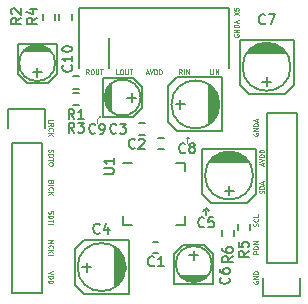
<source format=gbr>
G04 #@! TF.FileFunction,Legend,Top*
%FSLAX46Y46*%
G04 Gerber Fmt 4.6, Leading zero omitted, Abs format (unit mm)*
G04 Created by KiCad (PCBNEW (2015-08-16 BZR 6097, Git b384c94)-product) date 08/12/2015 20:08:44*
%MOMM*%
G01*
G04 APERTURE LIST*
%ADD10C,0.100000*%
%ADD11C,0.070000*%
%ADD12C,0.200000*%
%ADD13C,0.150000*%
G04 APERTURE END LIST*
D10*
D11*
X98225000Y-66414523D02*
X98205952Y-66452618D01*
X98205952Y-66509761D01*
X98225000Y-66566904D01*
X98263095Y-66604999D01*
X98301190Y-66624047D01*
X98377381Y-66643095D01*
X98434524Y-66643095D01*
X98510714Y-66624047D01*
X98548810Y-66604999D01*
X98586905Y-66566904D01*
X98605952Y-66509761D01*
X98605952Y-66471666D01*
X98586905Y-66414523D01*
X98567857Y-66395475D01*
X98434524Y-66395475D01*
X98434524Y-66471666D01*
X98605952Y-66224047D02*
X98205952Y-66224047D01*
X98605952Y-65995475D01*
X98205952Y-65995475D01*
X98605952Y-65804999D02*
X98205952Y-65804999D01*
X98205952Y-65709761D01*
X98225000Y-65652618D01*
X98263095Y-65614523D01*
X98301190Y-65595475D01*
X98377381Y-65576427D01*
X98434524Y-65576427D01*
X98510714Y-65595475D01*
X98548810Y-65614523D01*
X98586905Y-65652618D01*
X98605952Y-65709761D01*
X98605952Y-65804999D01*
X98491667Y-65424047D02*
X98491667Y-65233570D01*
X98605952Y-65462142D02*
X98205952Y-65328808D01*
X98605952Y-65195475D01*
X98205952Y-64795475D02*
X98605952Y-64528808D01*
X98205952Y-64528808D02*
X98605952Y-64795475D01*
X98205952Y-64185952D02*
X98205952Y-64376428D01*
X98396429Y-64395476D01*
X98377381Y-64376428D01*
X98358333Y-64338333D01*
X98358333Y-64243095D01*
X98377381Y-64204999D01*
X98396429Y-64185952D01*
X98434524Y-64166904D01*
X98529762Y-64166904D01*
X98567857Y-64185952D01*
X98586905Y-64204999D01*
X98605952Y-64243095D01*
X98605952Y-64338333D01*
X98586905Y-64376428D01*
X98567857Y-64395476D01*
X96339047Y-69776952D02*
X96148571Y-69776952D01*
X96148571Y-69376952D01*
X96472381Y-69776952D02*
X96472381Y-69376952D01*
X96662857Y-69776952D02*
X96662857Y-69376952D01*
X96891429Y-69776952D01*
X96891429Y-69376952D01*
X93799048Y-69776952D02*
X93665714Y-69586476D01*
X93570476Y-69776952D02*
X93570476Y-69376952D01*
X93722857Y-69376952D01*
X93760952Y-69396000D01*
X93780000Y-69415048D01*
X93799048Y-69453143D01*
X93799048Y-69510286D01*
X93780000Y-69548381D01*
X93760952Y-69567429D01*
X93722857Y-69586476D01*
X93570476Y-69586476D01*
X93970476Y-69776952D02*
X93970476Y-69376952D01*
X94160952Y-69776952D02*
X94160952Y-69376952D01*
X94389524Y-69776952D01*
X94389524Y-69376952D01*
X90773333Y-69662667D02*
X90963810Y-69662667D01*
X90735238Y-69776952D02*
X90868572Y-69376952D01*
X91001905Y-69776952D01*
X91078095Y-69376952D02*
X91211429Y-69776952D01*
X91344762Y-69376952D01*
X91478095Y-69776952D02*
X91478095Y-69376952D01*
X91573333Y-69376952D01*
X91630476Y-69396000D01*
X91668571Y-69434095D01*
X91687619Y-69472190D01*
X91706667Y-69548381D01*
X91706667Y-69605524D01*
X91687619Y-69681714D01*
X91668571Y-69719810D01*
X91630476Y-69757905D01*
X91573333Y-69776952D01*
X91478095Y-69776952D01*
X91878095Y-69776952D02*
X91878095Y-69376952D01*
X91973333Y-69376952D01*
X92030476Y-69396000D01*
X92068571Y-69434095D01*
X92087619Y-69472190D01*
X92106667Y-69548381D01*
X92106667Y-69605524D01*
X92087619Y-69681714D01*
X92068571Y-69719810D01*
X92030476Y-69757905D01*
X91973333Y-69776952D01*
X91878095Y-69776952D01*
X88452380Y-69776952D02*
X88261904Y-69776952D01*
X88261904Y-69376952D01*
X88661905Y-69376952D02*
X88738095Y-69376952D01*
X88776190Y-69396000D01*
X88814286Y-69434095D01*
X88833333Y-69510286D01*
X88833333Y-69643619D01*
X88814286Y-69719810D01*
X88776190Y-69757905D01*
X88738095Y-69776952D01*
X88661905Y-69776952D01*
X88623809Y-69757905D01*
X88585714Y-69719810D01*
X88566666Y-69643619D01*
X88566666Y-69510286D01*
X88585714Y-69434095D01*
X88623809Y-69396000D01*
X88661905Y-69376952D01*
X89004762Y-69376952D02*
X89004762Y-69700762D01*
X89023810Y-69738857D01*
X89042857Y-69757905D01*
X89080953Y-69776952D01*
X89157143Y-69776952D01*
X89195238Y-69757905D01*
X89214286Y-69738857D01*
X89233334Y-69700762D01*
X89233334Y-69376952D01*
X89366667Y-69376952D02*
X89595239Y-69376952D01*
X89480953Y-69776952D02*
X89480953Y-69376952D01*
X85912381Y-69776952D02*
X85779047Y-69586476D01*
X85683809Y-69776952D02*
X85683809Y-69376952D01*
X85836190Y-69376952D01*
X85874285Y-69396000D01*
X85893333Y-69415048D01*
X85912381Y-69453143D01*
X85912381Y-69510286D01*
X85893333Y-69548381D01*
X85874285Y-69567429D01*
X85836190Y-69586476D01*
X85683809Y-69586476D01*
X86160000Y-69376952D02*
X86236190Y-69376952D01*
X86274285Y-69396000D01*
X86312381Y-69434095D01*
X86331428Y-69510286D01*
X86331428Y-69643619D01*
X86312381Y-69719810D01*
X86274285Y-69757905D01*
X86236190Y-69776952D01*
X86160000Y-69776952D01*
X86121904Y-69757905D01*
X86083809Y-69719810D01*
X86064761Y-69643619D01*
X86064761Y-69510286D01*
X86083809Y-69434095D01*
X86121904Y-69396000D01*
X86160000Y-69376952D01*
X86502857Y-69376952D02*
X86502857Y-69700762D01*
X86521905Y-69738857D01*
X86540952Y-69757905D01*
X86579048Y-69776952D01*
X86655238Y-69776952D01*
X86693333Y-69757905D01*
X86712381Y-69738857D01*
X86731429Y-69700762D01*
X86731429Y-69376952D01*
X86864762Y-69376952D02*
X87093334Y-69376952D01*
X86979048Y-69776952D02*
X86979048Y-69376952D01*
X86868000Y-73279000D02*
X86868000Y-73406000D01*
X86741000Y-73279000D02*
X86868000Y-73279000D01*
X86868000Y-73279000D02*
X86741000Y-73279000D01*
X86614000Y-73533000D02*
X86868000Y-73279000D01*
X86614000Y-73914000D02*
X86614000Y-73533000D01*
X94234000Y-75057000D02*
X94361000Y-75184000D01*
X94234000Y-75057000D02*
X94107000Y-75184000D01*
X94234000Y-75565000D02*
X94234000Y-75057000D01*
X99876000Y-74771190D02*
X99856952Y-74809285D01*
X99856952Y-74866428D01*
X99876000Y-74923571D01*
X99914095Y-74961666D01*
X99952190Y-74980714D01*
X100028381Y-74999762D01*
X100085524Y-74999762D01*
X100161714Y-74980714D01*
X100199810Y-74961666D01*
X100237905Y-74923571D01*
X100256952Y-74866428D01*
X100256952Y-74828333D01*
X100237905Y-74771190D01*
X100218857Y-74752142D01*
X100085524Y-74752142D01*
X100085524Y-74828333D01*
X100256952Y-74580714D02*
X99856952Y-74580714D01*
X100256952Y-74352142D01*
X99856952Y-74352142D01*
X100256952Y-74161666D02*
X99856952Y-74161666D01*
X99856952Y-74066428D01*
X99876000Y-74009285D01*
X99914095Y-73971190D01*
X99952190Y-73952142D01*
X100028381Y-73933094D01*
X100085524Y-73933094D01*
X100161714Y-73952142D01*
X100199810Y-73971190D01*
X100237905Y-74009285D01*
X100256952Y-74066428D01*
X100256952Y-74161666D01*
X100142667Y-73780714D02*
X100142667Y-73590237D01*
X100256952Y-73818809D02*
X99856952Y-73685475D01*
X100256952Y-73552142D01*
X100650667Y-77501667D02*
X100650667Y-77311190D01*
X100764952Y-77539762D02*
X100364952Y-77406428D01*
X100764952Y-77273095D01*
X100364952Y-77196905D02*
X100764952Y-77063571D01*
X100364952Y-76930238D01*
X100764952Y-76796905D02*
X100364952Y-76796905D01*
X100364952Y-76701667D01*
X100384000Y-76644524D01*
X100422095Y-76606429D01*
X100460190Y-76587381D01*
X100536381Y-76568333D01*
X100593524Y-76568333D01*
X100669714Y-76587381D01*
X100707810Y-76606429D01*
X100745905Y-76644524D01*
X100764952Y-76701667D01*
X100764952Y-76796905D01*
X100764952Y-76396905D02*
X100364952Y-76396905D01*
X100364952Y-76301667D01*
X100384000Y-76244524D01*
X100422095Y-76206429D01*
X100460190Y-76187381D01*
X100536381Y-76168333D01*
X100593524Y-76168333D01*
X100669714Y-76187381D01*
X100707810Y-76206429D01*
X100745905Y-76244524D01*
X100764952Y-76301667D01*
X100764952Y-76396905D01*
X100745905Y-79860714D02*
X100764952Y-79803571D01*
X100764952Y-79708333D01*
X100745905Y-79670237D01*
X100726857Y-79651190D01*
X100688762Y-79632142D01*
X100650667Y-79632142D01*
X100612571Y-79651190D01*
X100593524Y-79670237D01*
X100574476Y-79708333D01*
X100555429Y-79784523D01*
X100536381Y-79822618D01*
X100517333Y-79841666D01*
X100479238Y-79860714D01*
X100441143Y-79860714D01*
X100403048Y-79841666D01*
X100384000Y-79822618D01*
X100364952Y-79784523D01*
X100364952Y-79689285D01*
X100384000Y-79632142D01*
X100764952Y-79460714D02*
X100364952Y-79460714D01*
X100364952Y-79365476D01*
X100384000Y-79308333D01*
X100422095Y-79270238D01*
X100460190Y-79251190D01*
X100536381Y-79232142D01*
X100593524Y-79232142D01*
X100669714Y-79251190D01*
X100707810Y-79270238D01*
X100745905Y-79308333D01*
X100764952Y-79365476D01*
X100764952Y-79460714D01*
X100650667Y-79079762D02*
X100650667Y-78889285D01*
X100764952Y-79117857D02*
X100364952Y-78984523D01*
X100764952Y-78851190D01*
X100237905Y-82645191D02*
X100256952Y-82588048D01*
X100256952Y-82492810D01*
X100237905Y-82454714D01*
X100218857Y-82435667D01*
X100180762Y-82416619D01*
X100142667Y-82416619D01*
X100104571Y-82435667D01*
X100085524Y-82454714D01*
X100066476Y-82492810D01*
X100047429Y-82569000D01*
X100028381Y-82607095D01*
X100009333Y-82626143D01*
X99971238Y-82645191D01*
X99933143Y-82645191D01*
X99895048Y-82626143D01*
X99876000Y-82607095D01*
X99856952Y-82569000D01*
X99856952Y-82473762D01*
X99876000Y-82416619D01*
X100218857Y-82016619D02*
X100237905Y-82035667D01*
X100256952Y-82092810D01*
X100256952Y-82130905D01*
X100237905Y-82188048D01*
X100199810Y-82226143D01*
X100161714Y-82245191D01*
X100085524Y-82264239D01*
X100028381Y-82264239D01*
X99952190Y-82245191D01*
X99914095Y-82226143D01*
X99876000Y-82188048D01*
X99856952Y-82130905D01*
X99856952Y-82092810D01*
X99876000Y-82035667D01*
X99895048Y-82016619D01*
X100256952Y-81654715D02*
X100256952Y-81845191D01*
X99856952Y-81845191D01*
X100256952Y-84969286D02*
X99856952Y-84969286D01*
X99856952Y-84816905D01*
X99876000Y-84778810D01*
X99895048Y-84759762D01*
X99933143Y-84740714D01*
X99990286Y-84740714D01*
X100028381Y-84759762D01*
X100047429Y-84778810D01*
X100066476Y-84816905D01*
X100066476Y-84969286D01*
X100256952Y-84569286D02*
X99856952Y-84569286D01*
X99856952Y-84474048D01*
X99876000Y-84416905D01*
X99914095Y-84378810D01*
X99952190Y-84359762D01*
X100028381Y-84340714D01*
X100085524Y-84340714D01*
X100161714Y-84359762D01*
X100199810Y-84378810D01*
X100237905Y-84416905D01*
X100256952Y-84474048D01*
X100256952Y-84569286D01*
X100256952Y-84169286D02*
X99856952Y-84169286D01*
X100256952Y-83940714D01*
X99856952Y-83940714D01*
X99876000Y-87299762D02*
X99856952Y-87337857D01*
X99856952Y-87395000D01*
X99876000Y-87452143D01*
X99914095Y-87490238D01*
X99952190Y-87509286D01*
X100028381Y-87528334D01*
X100085524Y-87528334D01*
X100161714Y-87509286D01*
X100199810Y-87490238D01*
X100237905Y-87452143D01*
X100256952Y-87395000D01*
X100256952Y-87356905D01*
X100237905Y-87299762D01*
X100218857Y-87280714D01*
X100085524Y-87280714D01*
X100085524Y-87356905D01*
X100256952Y-87109286D02*
X99856952Y-87109286D01*
X100256952Y-86880714D01*
X99856952Y-86880714D01*
X100256952Y-86690238D02*
X99856952Y-86690238D01*
X99856952Y-86595000D01*
X99876000Y-86537857D01*
X99914095Y-86499762D01*
X99952190Y-86480714D01*
X100028381Y-86461666D01*
X100085524Y-86461666D01*
X100161714Y-86480714D01*
X100199810Y-86499762D01*
X100237905Y-86537857D01*
X100256952Y-86595000D01*
X100256952Y-86690238D01*
X82896048Y-86461667D02*
X82496048Y-86595001D01*
X82896048Y-86728334D01*
X82496048Y-86861667D02*
X82896048Y-86861667D01*
X82896048Y-86956905D01*
X82877000Y-87014048D01*
X82838905Y-87052143D01*
X82800810Y-87071191D01*
X82724619Y-87090239D01*
X82667476Y-87090239D01*
X82591286Y-87071191D01*
X82553190Y-87052143D01*
X82515095Y-87014048D01*
X82496048Y-86956905D01*
X82496048Y-86861667D01*
X82496048Y-87261667D02*
X82896048Y-87261667D01*
X82896048Y-87356905D01*
X82877000Y-87414048D01*
X82838905Y-87452143D01*
X82800810Y-87471191D01*
X82724619Y-87490239D01*
X82667476Y-87490239D01*
X82591286Y-87471191D01*
X82553190Y-87452143D01*
X82515095Y-87414048D01*
X82496048Y-87356905D01*
X82496048Y-87261667D01*
X82496048Y-83826429D02*
X82896048Y-83826429D01*
X82610333Y-83959762D01*
X82896048Y-84093096D01*
X82496048Y-84093096D01*
X82534143Y-84512144D02*
X82515095Y-84493096D01*
X82496048Y-84435953D01*
X82496048Y-84397858D01*
X82515095Y-84340715D01*
X82553190Y-84302620D01*
X82591286Y-84283572D01*
X82667476Y-84264524D01*
X82724619Y-84264524D01*
X82800810Y-84283572D01*
X82838905Y-84302620D01*
X82877000Y-84340715D01*
X82896048Y-84397858D01*
X82896048Y-84435953D01*
X82877000Y-84493096D01*
X82857952Y-84512144D01*
X82496048Y-84683572D02*
X82896048Y-84683572D01*
X82496048Y-84912144D02*
X82724619Y-84740715D01*
X82896048Y-84912144D02*
X82667476Y-84683572D01*
X82496048Y-85083572D02*
X82896048Y-85083572D01*
X82515095Y-81353095D02*
X82496048Y-81410238D01*
X82496048Y-81505476D01*
X82515095Y-81543572D01*
X82534143Y-81562619D01*
X82572238Y-81581667D01*
X82610333Y-81581667D01*
X82648429Y-81562619D01*
X82667476Y-81543572D01*
X82686524Y-81505476D01*
X82705571Y-81429286D01*
X82724619Y-81391191D01*
X82743667Y-81372143D01*
X82781762Y-81353095D01*
X82819857Y-81353095D01*
X82857952Y-81372143D01*
X82877000Y-81391191D01*
X82896048Y-81429286D01*
X82896048Y-81524524D01*
X82877000Y-81581667D01*
X82496048Y-81753095D02*
X82896048Y-81753095D01*
X82896048Y-81848333D01*
X82877000Y-81905476D01*
X82838905Y-81943571D01*
X82800810Y-81962619D01*
X82724619Y-81981667D01*
X82667476Y-81981667D01*
X82591286Y-81962619D01*
X82553190Y-81943571D01*
X82515095Y-81905476D01*
X82496048Y-81848333D01*
X82496048Y-81753095D01*
X82896048Y-82095952D02*
X82896048Y-82324524D01*
X82496048Y-82210238D02*
X82896048Y-82210238D01*
X82496048Y-82457857D02*
X82896048Y-82457857D01*
X82705571Y-78908333D02*
X82686524Y-78965476D01*
X82667476Y-78984524D01*
X82629381Y-79003572D01*
X82572238Y-79003572D01*
X82534143Y-78984524D01*
X82515095Y-78965476D01*
X82496048Y-78927381D01*
X82496048Y-78775000D01*
X82896048Y-78775000D01*
X82896048Y-78908333D01*
X82877000Y-78946429D01*
X82857952Y-78965476D01*
X82819857Y-78984524D01*
X82781762Y-78984524D01*
X82743667Y-78965476D01*
X82724619Y-78946429D01*
X82705571Y-78908333D01*
X82705571Y-78775000D01*
X82496048Y-79175000D02*
X82896048Y-79175000D01*
X82534143Y-79594048D02*
X82515095Y-79575000D01*
X82496048Y-79517857D01*
X82496048Y-79479762D01*
X82515095Y-79422619D01*
X82553190Y-79384524D01*
X82591286Y-79365476D01*
X82667476Y-79346428D01*
X82724619Y-79346428D01*
X82800810Y-79365476D01*
X82838905Y-79384524D01*
X82877000Y-79422619D01*
X82896048Y-79479762D01*
X82896048Y-79517857D01*
X82877000Y-79575000D01*
X82857952Y-79594048D01*
X82496048Y-79765476D02*
X82896048Y-79765476D01*
X82496048Y-79994048D02*
X82724619Y-79822619D01*
X82896048Y-79994048D02*
X82667476Y-79765476D01*
X82515095Y-76158809D02*
X82496048Y-76215952D01*
X82496048Y-76311190D01*
X82515095Y-76349286D01*
X82534143Y-76368333D01*
X82572238Y-76387381D01*
X82610333Y-76387381D01*
X82648429Y-76368333D01*
X82667476Y-76349286D01*
X82686524Y-76311190D01*
X82705571Y-76235000D01*
X82724619Y-76196905D01*
X82743667Y-76177857D01*
X82781762Y-76158809D01*
X82819857Y-76158809D01*
X82857952Y-76177857D01*
X82877000Y-76196905D01*
X82896048Y-76235000D01*
X82896048Y-76330238D01*
X82877000Y-76387381D01*
X82496048Y-76558809D02*
X82896048Y-76558809D01*
X82896048Y-76654047D01*
X82877000Y-76711190D01*
X82838905Y-76749285D01*
X82800810Y-76768333D01*
X82724619Y-76787381D01*
X82667476Y-76787381D01*
X82591286Y-76768333D01*
X82553190Y-76749285D01*
X82515095Y-76711190D01*
X82496048Y-76654047D01*
X82496048Y-76558809D01*
X82896048Y-76901666D02*
X82896048Y-77130238D01*
X82496048Y-77015952D02*
X82896048Y-77015952D01*
X82896048Y-77339762D02*
X82896048Y-77415952D01*
X82877000Y-77454047D01*
X82838905Y-77492143D01*
X82762714Y-77511190D01*
X82629381Y-77511190D01*
X82553190Y-77492143D01*
X82515095Y-77454047D01*
X82496048Y-77415952D01*
X82496048Y-77339762D01*
X82515095Y-77301666D01*
X82553190Y-77263571D01*
X82629381Y-77244523D01*
X82762714Y-77244523D01*
X82838905Y-77263571D01*
X82877000Y-77301666D01*
X82896048Y-77339762D01*
X82496048Y-73818809D02*
X82496048Y-73628333D01*
X82896048Y-73628333D01*
X82496048Y-74180715D02*
X82686524Y-74047381D01*
X82496048Y-73952143D02*
X82896048Y-73952143D01*
X82896048Y-74104524D01*
X82877000Y-74142619D01*
X82857952Y-74161667D01*
X82819857Y-74180715D01*
X82762714Y-74180715D01*
X82724619Y-74161667D01*
X82705571Y-74142619D01*
X82686524Y-74104524D01*
X82686524Y-73952143D01*
X82534143Y-74580715D02*
X82515095Y-74561667D01*
X82496048Y-74504524D01*
X82496048Y-74466429D01*
X82515095Y-74409286D01*
X82553190Y-74371191D01*
X82591286Y-74352143D01*
X82667476Y-74333095D01*
X82724619Y-74333095D01*
X82800810Y-74352143D01*
X82838905Y-74371191D01*
X82877000Y-74409286D01*
X82896048Y-74466429D01*
X82896048Y-74504524D01*
X82877000Y-74561667D01*
X82857952Y-74580715D01*
X82496048Y-74752143D02*
X82896048Y-74752143D01*
X82496048Y-74980715D02*
X82724619Y-74809286D01*
X82896048Y-74980715D02*
X82667476Y-74752143D01*
D12*
X95859600Y-81127600D02*
X96113600Y-81381600D01*
X95808800Y-81178400D02*
X95859600Y-81127600D01*
X95605600Y-81381600D02*
X95808800Y-81178400D01*
X95859600Y-81686400D02*
X95859600Y-81330800D01*
D13*
X85344000Y-86106000D02*
X86106000Y-86106000D01*
X85725000Y-86487000D02*
X85725000Y-85725000D01*
X85471000Y-83820000D02*
X89281000Y-83820000D01*
X84709000Y-87630000D02*
X84709000Y-84582000D01*
X85471000Y-83820000D02*
X84709000Y-84582000D01*
X85471000Y-88392000D02*
X89281000Y-88392000D01*
X85471000Y-88392000D02*
X84709000Y-87630000D01*
X89027000Y-85979000D02*
X89027000Y-86233000D01*
X88900000Y-86741000D02*
X88900000Y-85471000D01*
X88773000Y-85217000D02*
X88773000Y-86995000D01*
X88646000Y-84963000D02*
X88646000Y-87249000D01*
X88519000Y-87376000D02*
X88519000Y-84836000D01*
X88392000Y-84709000D02*
X88392000Y-87503000D01*
X88265000Y-87630000D02*
X88265000Y-84582000D01*
X88138000Y-87757000D02*
X88138000Y-84455000D01*
X89281000Y-88392000D02*
X89281000Y-83820000D01*
X89027000Y-86106000D02*
G75*
G03X89027000Y-86106000I-2032000J0D01*
G01*
X97790000Y-80010000D02*
X97790000Y-79248000D01*
X98171000Y-79629000D02*
X97409000Y-79629000D01*
X95504000Y-79883000D02*
X95504000Y-76073000D01*
X99314000Y-80645000D02*
X96266000Y-80645000D01*
X95504000Y-79883000D02*
X96266000Y-80645000D01*
X100076000Y-79883000D02*
X100076000Y-76073000D01*
X100076000Y-79883000D02*
X99314000Y-80645000D01*
X97663000Y-76327000D02*
X97917000Y-76327000D01*
X98425000Y-76454000D02*
X97155000Y-76454000D01*
X96901000Y-76581000D02*
X98679000Y-76581000D01*
X96647000Y-76708000D02*
X98933000Y-76708000D01*
X99060000Y-76835000D02*
X96520000Y-76835000D01*
X96393000Y-76962000D02*
X99187000Y-76962000D01*
X99314000Y-77089000D02*
X96266000Y-77089000D01*
X99441000Y-77216000D02*
X96139000Y-77216000D01*
X100076000Y-76073000D02*
X95504000Y-76073000D01*
X99822000Y-78359000D02*
G75*
G03X99822000Y-78359000I-2032000J0D01*
G01*
X93154500Y-87503000D02*
X96456500Y-87503000D01*
X96456500Y-87503000D02*
X96456500Y-84963000D01*
X96456500Y-84963000D02*
X95694500Y-84201000D01*
X95694500Y-84201000D02*
X93916500Y-84201000D01*
X93916500Y-84201000D02*
X93154500Y-84963000D01*
X93154500Y-84963000D02*
X93154500Y-87503000D01*
X94297500Y-87249000D02*
X95313500Y-87249000D01*
X94043500Y-87122000D02*
X95567500Y-87122000D01*
X93789500Y-86995000D02*
X95821500Y-86995000D01*
X93662500Y-86868000D02*
X95948500Y-86868000D01*
X94805500Y-84709000D02*
X94805500Y-85471000D01*
X94424500Y-85090000D02*
X95186500Y-85090000D01*
X96329500Y-85852000D02*
G75*
G03X96329500Y-85852000I-1524000J0D01*
G01*
X100965000Y-70802500D02*
X100965000Y-70040500D01*
X101346000Y-70421500D02*
X100584000Y-70421500D01*
X98679000Y-70675500D02*
X98679000Y-66865500D01*
X102489000Y-71437500D02*
X99441000Y-71437500D01*
X98679000Y-70675500D02*
X99441000Y-71437500D01*
X103251000Y-70675500D02*
X103251000Y-66865500D01*
X103251000Y-70675500D02*
X102489000Y-71437500D01*
X100838000Y-67119500D02*
X101092000Y-67119500D01*
X101600000Y-67246500D02*
X100330000Y-67246500D01*
X100076000Y-67373500D02*
X101854000Y-67373500D01*
X99822000Y-67500500D02*
X102108000Y-67500500D01*
X102235000Y-67627500D02*
X99695000Y-67627500D01*
X99568000Y-67754500D02*
X102362000Y-67754500D01*
X102489000Y-67881500D02*
X99441000Y-67881500D01*
X102616000Y-68008500D02*
X99314000Y-68008500D01*
X103251000Y-66865500D02*
X98679000Y-66865500D01*
X102997000Y-69151500D02*
G75*
G03X102997000Y-69151500I-2032000J0D01*
G01*
X93294200Y-72339200D02*
X94056200Y-72339200D01*
X93675200Y-72720200D02*
X93675200Y-71958200D01*
X93421200Y-70053200D02*
X97231200Y-70053200D01*
X92659200Y-73863200D02*
X92659200Y-70815200D01*
X93421200Y-70053200D02*
X92659200Y-70815200D01*
X93421200Y-74625200D02*
X97231200Y-74625200D01*
X93421200Y-74625200D02*
X92659200Y-73863200D01*
X96977200Y-72212200D02*
X96977200Y-72466200D01*
X96850200Y-72974200D02*
X96850200Y-71704200D01*
X96723200Y-71450200D02*
X96723200Y-73228200D01*
X96596200Y-71196200D02*
X96596200Y-73482200D01*
X96469200Y-73609200D02*
X96469200Y-71069200D01*
X96342200Y-70942200D02*
X96342200Y-73736200D01*
X96215200Y-73863200D02*
X96215200Y-70815200D01*
X96088200Y-73990200D02*
X96088200Y-70688200D01*
X97231200Y-74625200D02*
X97231200Y-70053200D01*
X96977200Y-72339200D02*
G75*
G03X96977200Y-72339200I-2032000J0D01*
G01*
X87122000Y-70104000D02*
X87122000Y-73406000D01*
X87122000Y-73406000D02*
X89662000Y-73406000D01*
X89662000Y-73406000D02*
X90424000Y-72644000D01*
X90424000Y-72644000D02*
X90424000Y-70866000D01*
X90424000Y-70866000D02*
X89662000Y-70104000D01*
X89662000Y-70104000D02*
X87122000Y-70104000D01*
X87376000Y-71247000D02*
X87376000Y-72263000D01*
X87503000Y-70993000D02*
X87503000Y-72517000D01*
X87630000Y-70739000D02*
X87630000Y-72771000D01*
X87757000Y-70612000D02*
X87757000Y-72898000D01*
X89916000Y-71755000D02*
X89154000Y-71755000D01*
X89535000Y-71374000D02*
X89535000Y-72136000D01*
X90297000Y-71755000D02*
G75*
G03X90297000Y-71755000I-1524000J0D01*
G01*
X83185000Y-67183000D02*
X79883000Y-67183000D01*
X79883000Y-67183000D02*
X79883000Y-69723000D01*
X79883000Y-69723000D02*
X80645000Y-70485000D01*
X80645000Y-70485000D02*
X82423000Y-70485000D01*
X82423000Y-70485000D02*
X83185000Y-69723000D01*
X83185000Y-69723000D02*
X83185000Y-67183000D01*
X82042000Y-67437000D02*
X81026000Y-67437000D01*
X82296000Y-67564000D02*
X80772000Y-67564000D01*
X82550000Y-67691000D02*
X80518000Y-67691000D01*
X82677000Y-67818000D02*
X80391000Y-67818000D01*
X81534000Y-69977000D02*
X81534000Y-69215000D01*
X81915000Y-69596000D02*
X81153000Y-69596000D01*
X83058000Y-68834000D02*
G75*
G03X83058000Y-68834000I-1524000J0D01*
G01*
X81915000Y-75565000D02*
X81915000Y-88265000D01*
X81915000Y-88265000D02*
X79375000Y-88265000D01*
X79375000Y-88265000D02*
X79375000Y-75565000D01*
X82195000Y-72745000D02*
X82195000Y-74295000D01*
X81915000Y-75565000D02*
X79375000Y-75565000D01*
X79095000Y-74295000D02*
X79095000Y-72745000D01*
X79095000Y-72745000D02*
X82195000Y-72745000D01*
X100965000Y-85725000D02*
X100965000Y-73025000D01*
X100965000Y-73025000D02*
X103505000Y-73025000D01*
X103505000Y-73025000D02*
X103505000Y-85725000D01*
X100685000Y-88545000D02*
X100685000Y-86995000D01*
X100965000Y-85725000D02*
X103505000Y-85725000D01*
X103785000Y-86995000D02*
X103785000Y-88545000D01*
X103785000Y-88545000D02*
X100685000Y-88545000D01*
X90674000Y-73947000D02*
X90174000Y-73947000D01*
X90174000Y-74897000D02*
X90674000Y-74897000D01*
X91748800Y-76141600D02*
X92248800Y-76141600D01*
X92248800Y-75191600D02*
X91748800Y-75191600D01*
X91817000Y-83980000D02*
X91317000Y-83980000D01*
X91317000Y-84930000D02*
X91817000Y-84930000D01*
X97201500Y-82998500D02*
X97201500Y-83498500D01*
X98251500Y-83498500D02*
X98251500Y-82998500D01*
X98535000Y-82490500D02*
X98535000Y-82990500D01*
X99585000Y-82990500D02*
X99585000Y-82490500D01*
X83422000Y-64647000D02*
X83422000Y-65147000D01*
X84472000Y-65147000D02*
X84472000Y-64647000D01*
X84586000Y-71010000D02*
X85086000Y-71010000D01*
X85086000Y-69960000D02*
X84586000Y-69960000D01*
X82025000Y-64647000D02*
X82025000Y-65147000D01*
X83075000Y-65147000D02*
X83075000Y-64647000D01*
X85086000Y-71357000D02*
X84586000Y-71357000D01*
X84586000Y-72407000D02*
X85086000Y-72407000D01*
X94065000Y-77258000D02*
X94065000Y-78008000D01*
X88815000Y-82508000D02*
X88815000Y-81758000D01*
X94065000Y-82508000D02*
X94065000Y-81758000D01*
X88815000Y-77258000D02*
X89565000Y-77258000D01*
X88815000Y-82508000D02*
X89565000Y-82508000D01*
X94065000Y-82508000D02*
X93315000Y-82508000D01*
X94065000Y-77258000D02*
X93315000Y-77258000D01*
X85090000Y-64135000D02*
X85090000Y-69215000D01*
X85090000Y-64135000D02*
X97790000Y-64135000D01*
X97790000Y-64135000D02*
X97790000Y-69215000D01*
X87630000Y-66675000D02*
X87630000Y-69215000D01*
X86840633Y-83196471D02*
X86800157Y-83236948D01*
X86678728Y-83277424D01*
X86597776Y-83277424D01*
X86476348Y-83236948D01*
X86395395Y-83155995D01*
X86354919Y-83075043D01*
X86314443Y-82913138D01*
X86314443Y-82791710D01*
X86354919Y-82629805D01*
X86395395Y-82548852D01*
X86476348Y-82467900D01*
X86597776Y-82427424D01*
X86678728Y-82427424D01*
X86800157Y-82467900D01*
X86840633Y-82508376D01*
X87569205Y-82710757D02*
X87569205Y-83277424D01*
X87366824Y-82386948D02*
X87164443Y-82994090D01*
X87690633Y-82994090D01*
X95692533Y-82675771D02*
X95652057Y-82716248D01*
X95530628Y-82756724D01*
X95449676Y-82756724D01*
X95328248Y-82716248D01*
X95247295Y-82635295D01*
X95206819Y-82554343D01*
X95166343Y-82392438D01*
X95166343Y-82271010D01*
X95206819Y-82109105D01*
X95247295Y-82028152D01*
X95328248Y-81947200D01*
X95449676Y-81906724D01*
X95530628Y-81906724D01*
X95652057Y-81947200D01*
X95692533Y-81987676D01*
X96461581Y-81906724D02*
X96056819Y-81906724D01*
X96016343Y-82311486D01*
X96056819Y-82271010D01*
X96137771Y-82230533D01*
X96340152Y-82230533D01*
X96421105Y-82271010D01*
X96461581Y-82311486D01*
X96502057Y-82392438D01*
X96502057Y-82594819D01*
X96461581Y-82675771D01*
X96421105Y-82716248D01*
X96340152Y-82756724D01*
X96137771Y-82756724D01*
X96056819Y-82716248D01*
X96016343Y-82675771D01*
X97763371Y-87009667D02*
X97803848Y-87050143D01*
X97844324Y-87171572D01*
X97844324Y-87252524D01*
X97803848Y-87373952D01*
X97722895Y-87454905D01*
X97641943Y-87495381D01*
X97480038Y-87535857D01*
X97358610Y-87535857D01*
X97196705Y-87495381D01*
X97115752Y-87454905D01*
X97034800Y-87373952D01*
X96994324Y-87252524D01*
X96994324Y-87171572D01*
X97034800Y-87050143D01*
X97075276Y-87009667D01*
X96994324Y-86281095D02*
X96994324Y-86443000D01*
X97034800Y-86523952D01*
X97075276Y-86564429D01*
X97196705Y-86645381D01*
X97358610Y-86685857D01*
X97682419Y-86685857D01*
X97763371Y-86645381D01*
X97803848Y-86604905D01*
X97844324Y-86523952D01*
X97844324Y-86362048D01*
X97803848Y-86281095D01*
X97763371Y-86240619D01*
X97682419Y-86200143D01*
X97480038Y-86200143D01*
X97399086Y-86240619D01*
X97358610Y-86281095D01*
X97318133Y-86362048D01*
X97318133Y-86523952D01*
X97358610Y-86604905D01*
X97399086Y-86645381D01*
X97480038Y-86685857D01*
X100848733Y-65479971D02*
X100808257Y-65520448D01*
X100686828Y-65560924D01*
X100605876Y-65560924D01*
X100484448Y-65520448D01*
X100403495Y-65439495D01*
X100363019Y-65358543D01*
X100322543Y-65196638D01*
X100322543Y-65075210D01*
X100363019Y-64913305D01*
X100403495Y-64832352D01*
X100484448Y-64751400D01*
X100605876Y-64710924D01*
X100686828Y-64710924D01*
X100808257Y-64751400D01*
X100848733Y-64791876D01*
X101132067Y-64710924D02*
X101698733Y-64710924D01*
X101334448Y-65560924D01*
X94092333Y-76376571D02*
X94051857Y-76417048D01*
X93930428Y-76457524D01*
X93849476Y-76457524D01*
X93728048Y-76417048D01*
X93647095Y-76336095D01*
X93606619Y-76255143D01*
X93566143Y-76093238D01*
X93566143Y-75971810D01*
X93606619Y-75809905D01*
X93647095Y-75728952D01*
X93728048Y-75648000D01*
X93849476Y-75607524D01*
X93930428Y-75607524D01*
X94051857Y-75648000D01*
X94092333Y-75688476D01*
X94578048Y-75971810D02*
X94497095Y-75931333D01*
X94456619Y-75890857D01*
X94416143Y-75809905D01*
X94416143Y-75769429D01*
X94456619Y-75688476D01*
X94497095Y-75648000D01*
X94578048Y-75607524D01*
X94739952Y-75607524D01*
X94820905Y-75648000D01*
X94861381Y-75688476D01*
X94901857Y-75769429D01*
X94901857Y-75809905D01*
X94861381Y-75890857D01*
X94820905Y-75931333D01*
X94739952Y-75971810D01*
X94578048Y-75971810D01*
X94497095Y-76012286D01*
X94456619Y-76052762D01*
X94416143Y-76133714D01*
X94416143Y-76295619D01*
X94456619Y-76376571D01*
X94497095Y-76417048D01*
X94578048Y-76457524D01*
X94739952Y-76457524D01*
X94820905Y-76417048D01*
X94861381Y-76376571D01*
X94901857Y-76295619D01*
X94901857Y-76133714D01*
X94861381Y-76052762D01*
X94820905Y-76012286D01*
X94739952Y-75971810D01*
X86472333Y-74725571D02*
X86431857Y-74766048D01*
X86310428Y-74806524D01*
X86229476Y-74806524D01*
X86108048Y-74766048D01*
X86027095Y-74685095D01*
X85986619Y-74604143D01*
X85946143Y-74442238D01*
X85946143Y-74320810D01*
X85986619Y-74158905D01*
X86027095Y-74077952D01*
X86108048Y-73997000D01*
X86229476Y-73956524D01*
X86310428Y-73956524D01*
X86431857Y-73997000D01*
X86472333Y-74037476D01*
X86877095Y-74806524D02*
X87039000Y-74806524D01*
X87119952Y-74766048D01*
X87160428Y-74725571D01*
X87241381Y-74604143D01*
X87281857Y-74442238D01*
X87281857Y-74118429D01*
X87241381Y-74037476D01*
X87200905Y-73997000D01*
X87119952Y-73956524D01*
X86958048Y-73956524D01*
X86877095Y-73997000D01*
X86836619Y-74037476D01*
X86796143Y-74118429D01*
X86796143Y-74320810D01*
X86836619Y-74401762D01*
X86877095Y-74442238D01*
X86958048Y-74482714D01*
X87119952Y-74482714D01*
X87200905Y-74442238D01*
X87241381Y-74401762D01*
X87281857Y-74320810D01*
X84428371Y-69024829D02*
X84468848Y-69065305D01*
X84509324Y-69186734D01*
X84509324Y-69267686D01*
X84468848Y-69389114D01*
X84387895Y-69470067D01*
X84306943Y-69510543D01*
X84145038Y-69551019D01*
X84023610Y-69551019D01*
X83861705Y-69510543D01*
X83780752Y-69470067D01*
X83699800Y-69389114D01*
X83659324Y-69267686D01*
X83659324Y-69186734D01*
X83699800Y-69065305D01*
X83740276Y-69024829D01*
X84509324Y-68215305D02*
X84509324Y-68701019D01*
X84509324Y-68458162D02*
X83659324Y-68458162D01*
X83780752Y-68539114D01*
X83861705Y-68620067D01*
X83902181Y-68701019D01*
X83659324Y-67689114D02*
X83659324Y-67608162D01*
X83699800Y-67527210D01*
X83740276Y-67486733D01*
X83821229Y-67446257D01*
X83983133Y-67405781D01*
X84185514Y-67405781D01*
X84347419Y-67446257D01*
X84428371Y-67486733D01*
X84468848Y-67527210D01*
X84509324Y-67608162D01*
X84509324Y-67689114D01*
X84468848Y-67770067D01*
X84428371Y-67810543D01*
X84347419Y-67851019D01*
X84185514Y-67891495D01*
X83983133Y-67891495D01*
X83821229Y-67851019D01*
X83740276Y-67810543D01*
X83699800Y-67770067D01*
X83659324Y-67689114D01*
X88250333Y-74725571D02*
X88209857Y-74766048D01*
X88088428Y-74806524D01*
X88007476Y-74806524D01*
X87886048Y-74766048D01*
X87805095Y-74685095D01*
X87764619Y-74604143D01*
X87724143Y-74442238D01*
X87724143Y-74320810D01*
X87764619Y-74158905D01*
X87805095Y-74077952D01*
X87886048Y-73997000D01*
X88007476Y-73956524D01*
X88088428Y-73956524D01*
X88209857Y-73997000D01*
X88250333Y-74037476D01*
X88533667Y-73956524D02*
X89059857Y-73956524D01*
X88776524Y-74280333D01*
X88897952Y-74280333D01*
X88978905Y-74320810D01*
X89019381Y-74361286D01*
X89059857Y-74442238D01*
X89059857Y-74644619D01*
X89019381Y-74725571D01*
X88978905Y-74766048D01*
X88897952Y-74806524D01*
X88655095Y-74806524D01*
X88574143Y-74766048D01*
X88533667Y-74725571D01*
X89825133Y-75995571D02*
X89784657Y-76036048D01*
X89663228Y-76076524D01*
X89582276Y-76076524D01*
X89460848Y-76036048D01*
X89379895Y-75955095D01*
X89339419Y-75874143D01*
X89298943Y-75712238D01*
X89298943Y-75590810D01*
X89339419Y-75428905D01*
X89379895Y-75347952D01*
X89460848Y-75267000D01*
X89582276Y-75226524D01*
X89663228Y-75226524D01*
X89784657Y-75267000D01*
X89825133Y-75307476D01*
X90148943Y-75307476D02*
X90189419Y-75267000D01*
X90270371Y-75226524D01*
X90472752Y-75226524D01*
X90553705Y-75267000D01*
X90594181Y-75307476D01*
X90634657Y-75388429D01*
X90634657Y-75469381D01*
X90594181Y-75590810D01*
X90108467Y-76076524D01*
X90634657Y-76076524D01*
X91438033Y-85965071D02*
X91397557Y-86005548D01*
X91276128Y-86046024D01*
X91195176Y-86046024D01*
X91073748Y-86005548D01*
X90992795Y-85924595D01*
X90952319Y-85843643D01*
X90911843Y-85681738D01*
X90911843Y-85560310D01*
X90952319Y-85398405D01*
X90992795Y-85317452D01*
X91073748Y-85236500D01*
X91195176Y-85196024D01*
X91276128Y-85196024D01*
X91397557Y-85236500D01*
X91438033Y-85276976D01*
X92247557Y-86046024D02*
X91761843Y-86046024D01*
X92004700Y-86046024D02*
X92004700Y-85196024D01*
X91923748Y-85317452D01*
X91842795Y-85398405D01*
X91761843Y-85438881D01*
X98085624Y-85206267D02*
X97680862Y-85489600D01*
X98085624Y-85691981D02*
X97235624Y-85691981D01*
X97235624Y-85368172D01*
X97276100Y-85287219D01*
X97316576Y-85246743D01*
X97397529Y-85206267D01*
X97518957Y-85206267D01*
X97599910Y-85246743D01*
X97640386Y-85287219D01*
X97680862Y-85368172D01*
X97680862Y-85691981D01*
X97235624Y-84477695D02*
X97235624Y-84639600D01*
X97276100Y-84720552D01*
X97316576Y-84761029D01*
X97438005Y-84841981D01*
X97599910Y-84882457D01*
X97923719Y-84882457D01*
X98004671Y-84841981D01*
X98045148Y-84801505D01*
X98085624Y-84720552D01*
X98085624Y-84558648D01*
X98045148Y-84477695D01*
X98004671Y-84437219D01*
X97923719Y-84396743D01*
X97721338Y-84396743D01*
X97640386Y-84437219D01*
X97599910Y-84477695D01*
X97559433Y-84558648D01*
X97559433Y-84720552D01*
X97599910Y-84801505D01*
X97640386Y-84841981D01*
X97721338Y-84882457D01*
X99444524Y-84774467D02*
X99039762Y-85057800D01*
X99444524Y-85260181D02*
X98594524Y-85260181D01*
X98594524Y-84936372D01*
X98635000Y-84855419D01*
X98675476Y-84814943D01*
X98756429Y-84774467D01*
X98877857Y-84774467D01*
X98958810Y-84814943D01*
X98999286Y-84855419D01*
X99039762Y-84936372D01*
X99039762Y-85260181D01*
X98594524Y-84005419D02*
X98594524Y-84410181D01*
X98999286Y-84450657D01*
X98958810Y-84410181D01*
X98918333Y-84329229D01*
X98918333Y-84126848D01*
X98958810Y-84045895D01*
X98999286Y-84005419D01*
X99080238Y-83964943D01*
X99282619Y-83964943D01*
X99363571Y-84005419D01*
X99404048Y-84045895D01*
X99444524Y-84126848D01*
X99444524Y-84329229D01*
X99404048Y-84410181D01*
X99363571Y-84450657D01*
X81512124Y-65013267D02*
X81107362Y-65296600D01*
X81512124Y-65498981D02*
X80662124Y-65498981D01*
X80662124Y-65175172D01*
X80702600Y-65094219D01*
X80743076Y-65053743D01*
X80824029Y-65013267D01*
X80945457Y-65013267D01*
X81026410Y-65053743D01*
X81066886Y-65094219D01*
X81107362Y-65175172D01*
X81107362Y-65498981D01*
X80945457Y-64284695D02*
X81512124Y-64284695D01*
X80621648Y-64487076D02*
X81228790Y-64689457D01*
X81228790Y-64163267D01*
X84694333Y-74730324D02*
X84411000Y-74325562D01*
X84208619Y-74730324D02*
X84208619Y-73880324D01*
X84532428Y-73880324D01*
X84613381Y-73920800D01*
X84653857Y-73961276D01*
X84694333Y-74042229D01*
X84694333Y-74163657D01*
X84653857Y-74244610D01*
X84613381Y-74285086D01*
X84532428Y-74325562D01*
X84208619Y-74325562D01*
X84977667Y-73880324D02*
X85503857Y-73880324D01*
X85220524Y-74204133D01*
X85341952Y-74204133D01*
X85422905Y-74244610D01*
X85463381Y-74285086D01*
X85503857Y-74366038D01*
X85503857Y-74568419D01*
X85463381Y-74649371D01*
X85422905Y-74689848D01*
X85341952Y-74730324D01*
X85099095Y-74730324D01*
X85018143Y-74689848D01*
X84977667Y-74649371D01*
X80191324Y-65013267D02*
X79786562Y-65296600D01*
X80191324Y-65498981D02*
X79341324Y-65498981D01*
X79341324Y-65175172D01*
X79381800Y-65094219D01*
X79422276Y-65053743D01*
X79503229Y-65013267D01*
X79624657Y-65013267D01*
X79705610Y-65053743D01*
X79746086Y-65094219D01*
X79786562Y-65175172D01*
X79786562Y-65498981D01*
X79422276Y-64689457D02*
X79381800Y-64648981D01*
X79341324Y-64568029D01*
X79341324Y-64365648D01*
X79381800Y-64284695D01*
X79422276Y-64244219D01*
X79503229Y-64203743D01*
X79584181Y-64203743D01*
X79705610Y-64244219D01*
X80191324Y-64729933D01*
X80191324Y-64203743D01*
X84694333Y-73587324D02*
X84411000Y-73182562D01*
X84208619Y-73587324D02*
X84208619Y-72737324D01*
X84532428Y-72737324D01*
X84613381Y-72777800D01*
X84653857Y-72818276D01*
X84694333Y-72899229D01*
X84694333Y-73020657D01*
X84653857Y-73101610D01*
X84613381Y-73142086D01*
X84532428Y-73182562D01*
X84208619Y-73182562D01*
X85503857Y-73587324D02*
X85018143Y-73587324D01*
X85261000Y-73587324D02*
X85261000Y-72737324D01*
X85180048Y-72858752D01*
X85099095Y-72939705D01*
X85018143Y-72980181D01*
X87177224Y-78244619D02*
X87865319Y-78244619D01*
X87946271Y-78204143D01*
X87986748Y-78163667D01*
X88027224Y-78082714D01*
X88027224Y-77920810D01*
X87986748Y-77839857D01*
X87946271Y-77799381D01*
X87865319Y-77758905D01*
X87177224Y-77758905D01*
X88027224Y-76908905D02*
X88027224Y-77394619D01*
X88027224Y-77151762D02*
X87177224Y-77151762D01*
X87298652Y-77232714D01*
X87379605Y-77313667D01*
X87420081Y-77394619D01*
M02*

</source>
